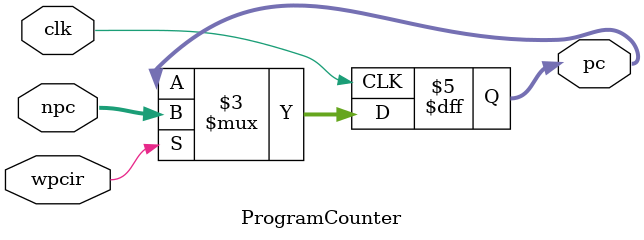
<source format=v>
`timescale 1ns / 1ps


module ProgramCounter(
    input clk,
    input [31:0] npc,
    input wire wpcir,              // Write enable (used for stalls)
    output reg [31:0] pc
);
    initial begin
        pc = 32'd0;
    end

    always @(posedge clk) begin
        if (wpcir)
            pc <= npc;
    end
endmodule
</source>
